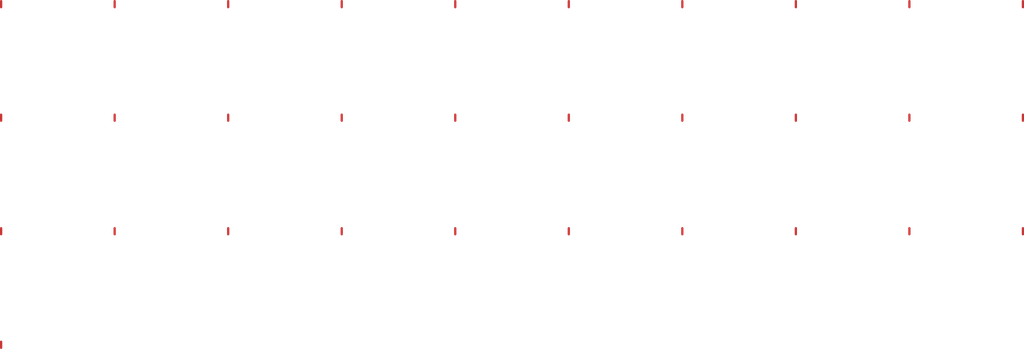
<source format=kicad_pcb>
  (kicad_pcb (version 4) (host pcbnew "(2014-07-21 BZR 5016)-product")

  (general
    (links 0)
    (no_connects 0)
    (area 0 0 0 0)
    (thickness 1.6)
    (drawings 1)
    (tracks 0)
    (zones 0)
    (modules 42)
    (nets 2)
  )

  (page A4)
  (layers
    (0 F.Cu signal)
	(1 In1.Cu signal)
    (2 In2.Cu power)
    (3 In3.Cu power)
    (4 In4.Cu signal)
    (5 In5.Cu signal)
    (6 In6.Cu signal)
    (7 In7.Cu signal)
    (8 In8.Cu signal)
    (31 B.Cu signal)
    (32 B.Adhes user)
    (33 F.Adhes user)
    (34 B.Paste user)
    (35 F.Paste user)
    (36 B.SilkS user)
    (37 F.SilkS user)
    (38 B.Mask user)
    (39 F.Mask user)
    (40 Dwgs.User user)
    (41 Cmts.User user)
    (42 Eco1.User user)
    (43 Eco2.User user)
    (44 Edge.Cuts user)
    (45 Margin user)
    (46 B.CrtYd user)
    (47 F.CrtYd user)
    (48 B.Fab user)
    (49 F.Fab user)

  )

  (setup
    (last_trace_width 0.254)
    (trace_clearance 0.127)
    (zone_clearance 0.0144)
    (zone_45_only no)
    (trace_min 0.254)
    (segment_width 0.2)
    (edge_width 0.1)
    (via_size 0.889)
    (via_drill 0.635)
    (via_min_size 0.889)
    (via_min_drill 0.508)
    (uvia_size 0.508)
    (uvia_drill 0.127)
    (uvias_allowed no)
    (uvia_min_size 0.508)
    (uvia_min_drill 0.127)
    (pcb_text_width 0.3)
    (pcb_text_size 1.5 1.5)
    (mod_edge_width 0.15)
    (mod_text_size 1 1)
    (mod_text_width 0.15)
    (pad_size 1.5 1.5)
    (pad_drill 0.6)
    (pad_to_mask_clearance 0)
    (aux_axis_origin 0 0)
    (visible_elements 7FFFF77F)
    (pcbplotparams
      (layerselection 262143)
      (usegerberextensions false)
      (excludeedgelayer true)
      (linewidth 0.100000)
      (plotframeref false)
      (viasonmask false)
      (mode 1)
      (useauxorigin false)
      (hpglpennumber 1)
      (hpglpenspeed 20)
      (hpglpendiameter 15)
      (hpglpenoverlay 2)
      (psnegative false)
      (psa4output false)
      (plotreference true)
      (plotvalue true)
      (plotinvisibletext false)
      (padsonsilk false)
      (subtractmaskfromsilk false)
      (outputformat 1)
      (mirror false)
      (drillshape 0)
      (scaleselection 1)
      (outputdirectory "GerberOutput/"))
  )

  (net 0 "")
  (net 1 "Net1")
  
  (net_class Default "This is the default net class."
    (clearance 0.254)
    (trace_width 0.254)
    (via_dia 0.889)
    (via_drill 0.635)
    (uvia_dia 0.508)
    (uvia_drill 0.127)
	(add_net Net1)
  )
  (module A0 (layer F.Cu) (tedit 4289BEAB) (tstamp 539EEDBF)
    (at 30 30)
    (path /539EEC0F)
    (attr smd)
	(model "/home/super/Projects/CAD/SupberBALL2/SuperBALL_Mater_Schematics/wrlshp/01CDEE60-1878.wrl"
      (at (xyz 0 0 0))
      (scale (xyz 1 1 1))
      (rotate (xyz 0 0 0))
    )
    (pad "1" smd oval (at 0.0 0.0) (size 0.60000 2.20000) 
      (layers F.Cu F.Mask F.Paste)
    )
  )
  (module A1 (layer F.Cu) (tedit 4289BEAB) (tstamp 539EEDBF)
    (at 60 30)
    (path /539EEC0F)
    (attr smd)
	(model "/home/super/Projects/CAD/SupberBALL2/SuperBALL_Mater_Schematics/wrlshp/0518104C-7A47.wrl"
      (at (xyz 0 0 0))
      (scale (xyz 1 1 1))
      (rotate (xyz 0 0 0))
    )
    (pad "1" smd oval (at 0.0 0.0) (size 0.60000 2.20000) 
      (layers F.Cu F.Mask F.Paste)
    )
  )
  (module A2 (layer F.Cu) (tedit 4289BEAB) (tstamp 539EEDBF)
    (at 90 30)
    (path /539EEC0F)
    (attr smd)
	(model "/home/super/Projects/CAD/SupberBALL2/SuperBALL_Mater_Schematics/wrlshp/086B58F2-0057.wrl"
      (at (xyz 0 0 0))
      (scale (xyz 1 1 1))
      (rotate (xyz 0 0 0))
    )
    (pad "1" smd oval (at 0.0 0.0) (size 0.60000 2.20000) 
      (layers F.Cu F.Mask F.Paste)
    )
  )
  (module A3 (layer F.Cu) (tedit 4289BEAB) (tstamp 539EEDBF)
    (at 120 30)
    (path /539EEC0F)
    (attr smd)
	(model "/home/super/Projects/CAD/SupberBALL2/SuperBALL_Mater_Schematics/wrlshp/33EB64E6-409E.wrl"
      (at (xyz 0 0 0))
      (scale (xyz 1 1 1))
      (rotate (xyz 0 0 0))
    )
    (pad "1" smd oval (at 0.0 0.0) (size 0.60000 2.20000) 
      (layers F.Cu F.Mask F.Paste)
    )
  )
  (module A4 (layer F.Cu) (tedit 4289BEAB) (tstamp 539EEDBF)
    (at 150 30)
    (path /539EEC0F)
    (attr smd)
	(model "/home/super/Projects/CAD/SupberBALL2/SuperBALL_Mater_Schematics/wrlshp/3549EE57-4174.wrl"
      (at (xyz 0 0 0))
      (scale (xyz 1 1 1))
      (rotate (xyz 0 0 0))
    )
    (pad "1" smd oval (at 0.0 0.0) (size 0.60000 2.20000) 
      (layers F.Cu F.Mask F.Paste)
    )
  )
  (module A5 (layer F.Cu) (tedit 4289BEAB) (tstamp 539EEDBF)
    (at 180 30)
    (path /539EEC0F)
    (attr smd)
	(model "/home/super/Projects/CAD/SupberBALL2/SuperBALL_Mater_Schematics/wrlshp/40948893-E10D.wrl"
      (at (xyz 0 0 0))
      (scale (xyz 1 1 1))
      (rotate (xyz 0 0 0))
    )
    (pad "1" smd oval (at 0.0 0.0) (size 0.60000 2.20000) 
      (layers F.Cu F.Mask F.Paste)
    )
  )
  (module A6 (layer F.Cu) (tedit 4289BEAB) (tstamp 539EEDBF)
    (at 210 30)
    (path /539EEC0F)
    (attr smd)
	(model "/home/super/Projects/CAD/SupberBALL2/SuperBALL_Mater_Schematics/wrlshp/424B5701-C31E.wrl"
      (at (xyz 0 0 0))
      (scale (xyz 1 1 1))
      (rotate (xyz 0 0 0))
    )
    (pad "1" smd oval (at 0.0 0.0) (size 0.60000 2.20000) 
      (layers F.Cu F.Mask F.Paste)
    )
  )
  (module A7 (layer F.Cu) (tedit 4289BEAB) (tstamp 539EEDBF)
    (at 240 30)
    (path /539EEC0F)
    (attr smd)
	(model "/home/super/Projects/CAD/SupberBALL2/SuperBALL_Mater_Schematics/wrlshp/509B2C49-FE99.wrl"
      (at (xyz 0 0 0))
      (scale (xyz 1 1 1))
      (rotate (xyz 0 0 0))
    )
    (pad "1" smd oval (at 0.0 0.0) (size 0.60000 2.20000) 
      (layers F.Cu F.Mask F.Paste)
    )
  )
  (module A8 (layer F.Cu) (tedit 4289BEAB) (tstamp 539EEDBF)
    (at 270 30)
    (path /539EEC0F)
    (attr smd)
	(model "/home/super/Projects/CAD/SupberBALL2/SuperBALL_Mater_Schematics/wrlshp/53B4445A-C2FD.wrl"
      (at (xyz 0 0 0))
      (scale (xyz 1 1 1))
      (rotate (xyz 0 0 0))
    )
    (pad "1" smd oval (at 0.0 0.0) (size 0.60000 2.20000) 
      (layers F.Cu F.Mask F.Paste)
    )
  )
  (module A9 (layer F.Cu) (tedit 4289BEAB) (tstamp 539EEDBF)
    (at 300 30)
    (path /539EEC0F)
    (attr smd)
	(model "/home/super/Projects/CAD/SupberBALL2/SuperBALL_Mater_Schematics/wrlshp/57E76632-7B8D.wrl"
      (at (xyz 0 0 0))
      (scale (xyz 1 1 1))
      (rotate (xyz 0 0 0))
    )
    (pad "1" smd oval (at 0.0 0.0) (size 0.60000 2.20000) 
      (layers F.Cu F.Mask F.Paste)
    )
  )
  (module A10 (layer F.Cu) (tedit 4289BEAB) (tstamp 539EEDBF)
    (at 30 60)
    (path /539EEC0F)
    (attr smd)
	(model "/home/super/Projects/CAD/SupberBALL2/SuperBALL_Mater_Schematics/wrlshp/5C477D29-D5C1.wrl"
      (at (xyz 0 0 0))
      (scale (xyz 1 1 1))
      (rotate (xyz 0 0 0))
    )
    (pad "1" smd oval (at 0.0 0.0) (size 0.60000 2.20000) 
      (layers F.Cu F.Mask F.Paste)
    )
  )
  (module A11 (layer F.Cu) (tedit 4289BEAB) (tstamp 539EEDBF)
    (at 60 60)
    (path /539EEC0F)
    (attr smd)
	(model "/home/super/Projects/CAD/SupberBALL2/SuperBALL_Mater_Schematics/wrlshp/64885AC8-44BA.wrl"
      (at (xyz 0 0 0))
      (scale (xyz 1 1 1))
      (rotate (xyz 0 0 0))
    )
    (pad "1" smd oval (at 0.0 0.0) (size 0.60000 2.20000) 
      (layers F.Cu F.Mask F.Paste)
    )
  )
  (module A12 (layer F.Cu) (tedit 4289BEAB) (tstamp 539EEDBF)
    (at 90 60)
    (path /539EEC0F)
    (attr smd)
	(model "/home/super/Projects/CAD/SupberBALL2/SuperBALL_Mater_Schematics/wrlshp/65481007-3C7F.wrl"
      (at (xyz 0 0 0))
      (scale (xyz 1 1 1))
      (rotate (xyz 0 0 0))
    )
    (pad "1" smd oval (at 0.0 0.0) (size 0.60000 2.20000) 
      (layers F.Cu F.Mask F.Paste)
    )
  )
  (module A13 (layer F.Cu) (tedit 4289BEAB) (tstamp 539EEDBF)
    (at 120 60)
    (path /539EEC0F)
    (attr smd)
	(model "/home/super/Projects/CAD/SupberBALL2/SuperBALL_Mater_Schematics/wrlshp/655B312C-B51B.wrl"
      (at (xyz 0 0 0))
      (scale (xyz 1 1 1))
      (rotate (xyz 0 0 0))
    )
    (pad "1" smd oval (at 0.0 0.0) (size 0.60000 2.20000) 
      (layers F.Cu F.Mask F.Paste)
    )
  )
  (module A14 (layer F.Cu) (tedit 4289BEAB) (tstamp 539EEDBF)
    (at 150 60)
    (path /539EEC0F)
    (attr smd)
	(model "/home/super/Projects/CAD/SupberBALL2/SuperBALL_Mater_Schematics/wrlshp/681E6B69-AC33.wrl"
      (at (xyz 0 0 0))
      (scale (xyz 1 1 1))
      (rotate (xyz 0 0 0))
    )
    (pad "1" smd oval (at 0.0 0.0) (size 0.60000 2.20000) 
      (layers F.Cu F.Mask F.Paste)
    )
  )
  (module A15 (layer F.Cu) (tedit 4289BEAB) (tstamp 539EEDBF)
    (at 180 60)
    (path /539EEC0F)
    (attr smd)
	(model "/home/super/Projects/CAD/SupberBALL2/SuperBALL_Mater_Schematics/wrlshp/6BC069F2-3203.wrl"
      (at (xyz 0 0 0))
      (scale (xyz 1 1 1))
      (rotate (xyz 0 0 0))
    )
    (pad "1" smd oval (at 0.0 0.0) (size 0.60000 2.20000) 
      (layers F.Cu F.Mask F.Paste)
    )
  )
  (module A16 (layer F.Cu) (tedit 4289BEAB) (tstamp 539EEDBF)
    (at 210 60)
    (path /539EEC0F)
    (attr smd)
	(model "/home/super/Projects/CAD/SupberBALL2/SuperBALL_Mater_Schematics/wrlshp/6D80D71B-FF7F.wrl"
      (at (xyz 0 0 0))
      (scale (xyz 1 1 1))
      (rotate (xyz 0 0 0))
    )
    (pad "1" smd oval (at 0.0 0.0) (size 0.60000 2.20000) 
      (layers F.Cu F.Mask F.Paste)
    )
  )
  (module A17 (layer F.Cu) (tedit 4289BEAB) (tstamp 539EEDBF)
    (at 240 60)
    (path /539EEC0F)
    (attr smd)
	(model "/home/super/Projects/CAD/SupberBALL2/SuperBALL_Mater_Schematics/wrlshp/6DDBE16A-8DCB.wrl"
      (at (xyz 0 0 0))
      (scale (xyz 1 1 1))
      (rotate (xyz 0 0 0))
    )
    (pad "1" smd oval (at 0.0 0.0) (size 0.60000 2.20000) 
      (layers F.Cu F.Mask F.Paste)
    )
  )
  (module A18 (layer F.Cu) (tedit 4289BEAB) (tstamp 539EEDBF)
    (at 270 60)
    (path /539EEC0F)
    (attr smd)
	(model "/home/super/Projects/CAD/SupberBALL2/SuperBALL_Mater_Schematics/wrlshp/723064A0-6E9E.wrl"
      (at (xyz 0 0 0))
      (scale (xyz 1 1 1))
      (rotate (xyz 0 0 0))
    )
    (pad "1" smd oval (at 0.0 0.0) (size 0.60000 2.20000) 
      (layers F.Cu F.Mask F.Paste)
    )
  )
  (module A19 (layer F.Cu) (tedit 4289BEAB) (tstamp 539EEDBF)
    (at 300 60)
    (path /539EEC0F)
    (attr smd)
	(model "/home/super/Projects/CAD/SupberBALL2/SuperBALL_Mater_Schematics/wrlshp/89C12917-517A.wrl"
      (at (xyz 0 0 0))
      (scale (xyz 1 1 1))
      (rotate (xyz 0 0 0))
    )
    (pad "1" smd oval (at 0.0 0.0) (size 0.60000 2.20000) 
      (layers F.Cu F.Mask F.Paste)
    )
  )
  (module A20 (layer F.Cu) (tedit 4289BEAB) (tstamp 539EEDBF)
    (at 30 90)
    (path /539EEC0F)
    (attr smd)
	(model "/home/super/Projects/CAD/SupberBALL2/SuperBALL_Mater_Schematics/wrlshp/934FA611-1EE2.wrl"
      (at (xyz 0 0 0))
      (scale (xyz 1 1 1))
      (rotate (xyz 0 0 0))
    )
    (pad "1" smd oval (at 0.0 0.0) (size 0.60000 2.20000) 
      (layers F.Cu F.Mask F.Paste)
    )
  )
  (module A21 (layer F.Cu) (tedit 4289BEAB) (tstamp 539EEDBF)
    (at 60 90)
    (path /539EEC0F)
    (attr smd)
	(model "/home/super/Projects/CAD/SupberBALL2/SuperBALL_Mater_Schematics/wrlshp/9C131E5E-9AD0.wrl"
      (at (xyz 0 0 0))
      (scale (xyz 1 1 1))
      (rotate (xyz 0 0 0))
    )
    (pad "1" smd oval (at 0.0 0.0) (size 0.60000 2.20000) 
      (layers F.Cu F.Mask F.Paste)
    )
  )
  (module A22 (layer F.Cu) (tedit 4289BEAB) (tstamp 539EEDBF)
    (at 90 90)
    (path /539EEC0F)
    (attr smd)
	(model "/home/super/Projects/CAD/SupberBALL2/SuperBALL_Mater_Schematics/wrlshp/AA3F8E1B-F598.wrl"
      (at (xyz 0 0 0))
      (scale (xyz 1 1 1))
      (rotate (xyz 0 0 0))
    )
    (pad "1" smd oval (at 0.0 0.0) (size 0.60000 2.20000) 
      (layers F.Cu F.Mask F.Paste)
    )
  )
  (module A23 (layer F.Cu) (tedit 4289BEAB) (tstamp 539EEDBF)
    (at 120 90)
    (path /539EEC0F)
    (attr smd)
	(model "/home/super/Projects/CAD/SupberBALL2/SuperBALL_Mater_Schematics/wrlshp/B109ECC1-DB82.wrl"
      (at (xyz 0 0 0))
      (scale (xyz 1 1 1))
      (rotate (xyz 0 0 0))
    )
    (pad "1" smd oval (at 0.0 0.0) (size 0.60000 2.20000) 
      (layers F.Cu F.Mask F.Paste)
    )
  )
  (module A24 (layer F.Cu) (tedit 4289BEAB) (tstamp 539EEDBF)
    (at 150 90)
    (path /539EEC0F)
    (attr smd)
	(model "/home/super/Projects/CAD/SupberBALL2/SuperBALL_Mater_Schematics/wrlshp/B2188D19-CBF7.wrl"
      (at (xyz 0 0 0))
      (scale (xyz 1 1 1))
      (rotate (xyz 0 0 0))
    )
    (pad "1" smd oval (at 0.0 0.0) (size 0.60000 2.20000) 
      (layers F.Cu F.Mask F.Paste)
    )
  )
  (module A25 (layer F.Cu) (tedit 4289BEAB) (tstamp 539EEDBF)
    (at 180 90)
    (path /539EEC0F)
    (attr smd)
	(model "/home/super/Projects/CAD/SupberBALL2/SuperBALL_Mater_Schematics/wrlshp/B2460DCC-0818.wrl"
      (at (xyz 0 0 0))
      (scale (xyz 1 1 1))
      (rotate (xyz 0 0 0))
    )
    (pad "1" smd oval (at 0.0 0.0) (size 0.60000 2.20000) 
      (layers F.Cu F.Mask F.Paste)
    )
  )
  (module A26 (layer F.Cu) (tedit 4289BEAB) (tstamp 539EEDBF)
    (at 210 90)
    (path /539EEC0F)
    (attr smd)
	(model "/home/super/Projects/CAD/SupberBALL2/SuperBALL_Mater_Schematics/wrlshp/B6C47740-6D09.wrl"
      (at (xyz 0 0 0))
      (scale (xyz 1 1 1))
      (rotate (xyz 0 0 0))
    )
    (pad "1" smd oval (at 0.0 0.0) (size 0.60000 2.20000) 
      (layers F.Cu F.Mask F.Paste)
    )
  )
  (module A27 (layer F.Cu) (tedit 4289BEAB) (tstamp 539EEDBF)
    (at 240 90)
    (path /539EEC0F)
    (attr smd)
	(model "/home/super/Projects/CAD/SupberBALL2/SuperBALL_Mater_Schematics/wrlshp/B7532783-DE04.wrl"
      (at (xyz 0 0 0))
      (scale (xyz 1 1 1))
      (rotate (xyz 0 0 0))
    )
    (pad "1" smd oval (at 0.0 0.0) (size 0.60000 2.20000) 
      (layers F.Cu F.Mask F.Paste)
    )
  )
  (module A28 (layer F.Cu) (tedit 4289BEAB) (tstamp 539EEDBF)
    (at 270 90)
    (path /539EEC0F)
    (attr smd)
	(model "/home/super/Projects/CAD/SupberBALL2/SuperBALL_Mater_Schematics/wrlshp/BCB93F59-489D.wrl"
      (at (xyz 0 0 0))
      (scale (xyz 1 1 1))
      (rotate (xyz 0 0 0))
    )
    (pad "1" smd oval (at 0.0 0.0) (size 0.60000 2.20000) 
      (layers F.Cu F.Mask F.Paste)
    )
  )
  (module A29 (layer F.Cu) (tedit 4289BEAB) (tstamp 539EEDBF)
    (at 300 90)
    (path /539EEC0F)
    (attr smd)
	(model "/home/super/Projects/CAD/SupberBALL2/SuperBALL_Mater_Schematics/wrlshp/C3B54BFE-BC77.wrl"
      (at (xyz 0 0 0))
      (scale (xyz 1 1 1))
      (rotate (xyz 0 0 0))
    )
    (pad "1" smd oval (at 0.0 0.0) (size 0.60000 2.20000) 
      (layers F.Cu F.Mask F.Paste)
    )
  )
  (module A30 (layer F.Cu) (tedit 4289BEAB) (tstamp 539EEDBF)
    (at 30 120)
    (path /539EEC0F)
    (attr smd)
	(model "/home/super/Projects/CAD/SupberBALL2/SuperBALL_Mater_Schematics/wrlshp/C617A6F0-3419.wrl"
      (at (xyz 0 0 0))
      (scale (xyz 1 1 1))
      (rotate (xyz 0 0 0))
    )
    (pad "1" smd oval (at 0.0 0.0) (size 0.60000 2.20000) 
      (layers F.Cu F.Mask F.Paste)
    )
  )
)

</source>
